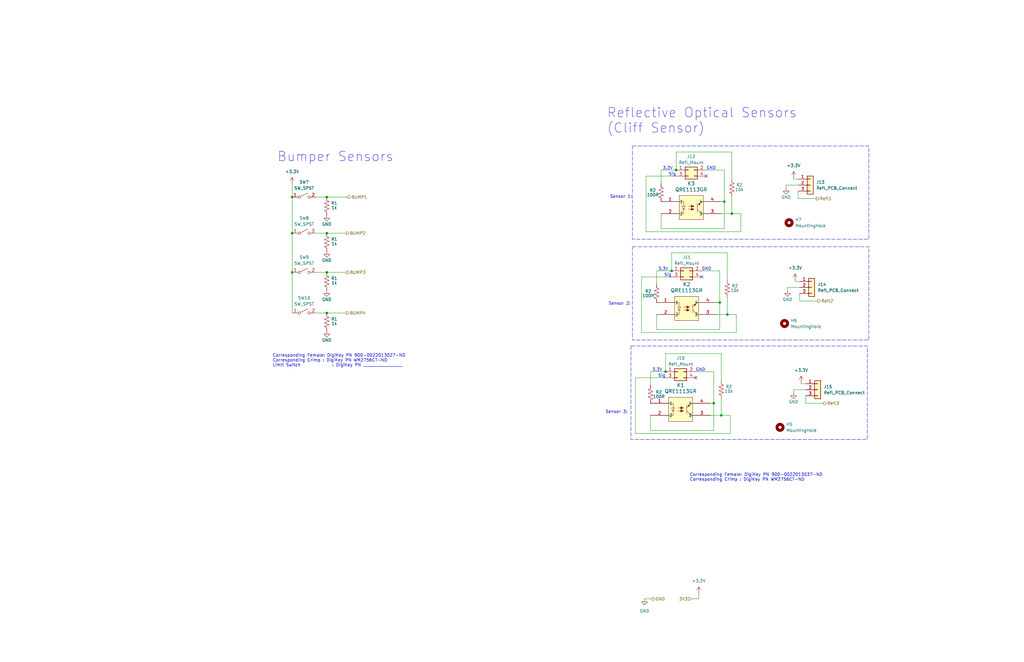
<source format=kicad_sch>
(kicad_sch (version 20230121) (generator eeschema)
  (paper "B")
  (title_block (title "MCU Controller") (rev "0.1") (company "satomm@stanford.edu") (comment 1 "Department of Civil and Environmental Engineering") (comment 2 "Engineering Informatics Group") (comment 3 "Stanford University") (comment 4 "Matthew Sato"))
  (lib_symbols
    (symbol "Connector_Generic:Conn_01x03" (pin_names (offset 1.016) hide)
      (property "Reference" "J" (at 0 5.08 0))
      (property "Value" "Conn_01x03" (at 0 -5.08 0))
      (symbol "Conn_01x03_1_1"
        (rectangle (start -1.27 -2.413) (end 0 -2.667) (stroke (width 0.1524)))
        (rectangle (start -1.27 0.127) (end 0 -0.127) (stroke (width 0.1524)))
        (rectangle (start -1.27 2.667) (end 0 2.413) (stroke (width 0.1524)))
        (rectangle (start -1.27 3.81) (end 1.27 -3.81) (stroke (width 0.254)) (fill (type background)))
        (pin passive line (at -5.08 2.54 0) (length 3.81) (name "Pin_1") (number "1"))
        (pin passive line (at -5.08 0 0) (length 3.81) (name "Pin_2") (number "2"))
        (pin passive line (at -5.08 -2.54 0) (length 3.81) (name "Pin_3") (number "3"))
      )
    )
    (symbol "Connector_Generic:Conn_02x02_Odd_Even" (pin_names (offset 1.016) hide)
      (property "Reference" "J" (at 1.27 2.54 0))
      (property "Value" "Conn_02x02_Odd_Even" (at 1.27 -5.08 0))
      (symbol "Conn_02x02_Odd_Even_1_1"
        (rectangle (start -1.27 -2.413) (end 0 -2.667) (stroke (width 0.1524)))
        (rectangle (start -1.27 0.127) (end 0 -0.127) (stroke (width 0.1524)))
        (rectangle (start -1.27 1.27) (end 3.81 -3.81) (stroke (width 0.254)) (fill (type background)))
        (rectangle (start 3.81 -2.413) (end 2.54 -2.667) (stroke (width 0.1524)))
        (rectangle (start 3.81 0.127) (end 2.54 -0.127) (stroke (width 0.1524)))
        (pin passive line (at -5.08 0 0) (length 3.81) (name "Pin_1") (number "1"))
        (pin passive line (at 7.62 0 180) (length 3.81) (name "Pin_2") (number "2"))
        (pin passive line (at -5.08 -2.54 0) (length 3.81) (name "Pin_3") (number "3"))
        (pin passive line (at 7.62 -2.54 180) (length 3.81) (name "Pin_4") (number "4"))
      )
    )
    (symbol "Device:R_US" (pin_numbers hide) (pin_names (offset 0))
      (property "Reference" "R" (at 2.54 0 90))
      (property "Value" "R_US" (at -2.54 0 90))
      (symbol "R_US_0_1"
        (polyline (pts (xy 0 -2.286) (xy 0 -2.54)))
        (polyline (pts (xy 0 2.286) (xy 0 2.54)))
        (polyline (pts (xy 0 -0.762) (xy 1.016 -1.143) (xy 0 -1.524) (xy -1.016 -1.905) (xy 0 -2.286)))
        (polyline (pts (xy 0 0.762) (xy 1.016 0.381) (xy 0 0) (xy -1.016 -0.381) (xy 0 -0.762)))
        (polyline (pts (xy 0 2.286) (xy 1.016 1.905) (xy 0 1.524) (xy -1.016 1.143) (xy 0 0.762)))
      )
      (symbol "R_US_1_1"
        (pin passive line (at 0 3.81 270) (length 1.27) (name "~") (number "1"))
        (pin passive line (at 0 -3.81 90) (length 1.27) (name "~") (number "2"))
      )
    )
    (symbol "Mechanical:MountingHole" (pin_names (offset 1.016))
      (property "Reference" "H" (at 0 5.08 0))
      (property "Value" "MountingHole" (at 0 3.175 0))
      (symbol "MountingHole_0_1"
        (circle (center 0 0) (radius 1.27) (stroke (width 1.27)))
      )
    )
    (symbol "RobotLibary:QRE1113GR" (pin_names (offset 0.254))
      (property "Reference" "K" (at 12.7 12.7 0))
      (property "Value" "QRE1113GR" (at 15.24 12.7 0))
      (symbol "QRE1113GR_0_1"
        (polyline (pts (xy 7.62 -5.08) (xy 9.525 -5.08)) (stroke (width 0.127)))
        (polyline (pts (xy 7.62 0) (xy 9.525 0)) (stroke (width 0.127)))
        (polyline (pts (xy 8.89 -1.905) (xy 9.525 -3.175)) (stroke (width 0.127)))
        (polyline (pts (xy 9.525 -3.175) (xy 9.525 -5.08)) (stroke (width 0.127)))
        (polyline (pts (xy 9.525 -3.175) (xy 10.16 -1.905)) (stroke (width 0.127)))
        (polyline (pts (xy 9.525 -1.905) (xy 9.525 0)) (stroke (width 0.127)))
        (polyline (pts (xy 10.16 -3.175) (xy 8.89 -3.175)) (stroke (width 0.127)))
        (polyline (pts (xy 10.16 -1.905) (xy 8.89 -1.905)) (stroke (width 0.127)))
        (polyline (pts (xy 11.43 -3.175) (xy 12.7 -3.175)) (stroke (width 0.127)))
        (polyline (pts (xy 11.43 -1.905) (xy 12.7 -1.905)) (stroke (width 0.127)))
        (polyline (pts (xy 15.24 -1.905) (xy 16.1925 -0.9525)) (stroke (width 0.127)))
        (polyline (pts (xy 15.24 -0.635) (xy 15.24 -4.445)) (stroke (width 0.127)))
        (polyline (pts (xy 16.51 -5.08) (xy 17.78 -5.08)) (stroke (width 0.127)))
        (polyline (pts (xy 16.51 -4.445) (xy 15.24 -3.175)) (stroke (width 0.127)))
        (polyline (pts (xy 16.51 -4.445) (xy 16.51 -5.08)) (stroke (width 0.127)))
        (polyline (pts (xy 16.51 0) (xy 16.51 -0.635)) (stroke (width 0.127)))
        (polyline (pts (xy 16.51 0) (xy 17.78 0)) (stroke (width 0.127)))
        (polyline (pts (xy 13.97 -3.175) (xy 12.7 -3.683) (xy 12.7 -2.667)) (fill (type outline)))
        (polyline (pts (xy 13.97 -1.905) (xy 12.7 -2.413) (xy 12.7 -1.397)) (fill (type outline)))
        (polyline (pts (xy 16.51 -0.635) (xy 15.748 -0.889) (xy 16.256 -1.397) (xy 16.51 -0.635)) (fill (type outline)))
      )
      (symbol "QRE1113GR_1_1"
        (rectangle (start 7.62 2.54) (end 17.78 -7.62) (fill (type background)))
        (pin passive line (at 0 0 0) (length 7.62) (name "1") (number "1"))
        (pin passive line (at 0 -5.08 0) (length 7.62) (name "2") (number "2"))
        (pin passive line (at 25.4 -5.08 180) (length 7.62) (name "3") (number "3"))
        (pin passive line (at 25.4 0 180) (length 7.62) (name "4") (number "4"))
      )
    )
    (symbol "Switch:SW_SPST" (pin_names (offset 0) hide)
      (property "Reference" "SW" (at 0 3.175 0))
      (property "Value" "SW_SPST" (at 0 -2.54 0))
      (symbol "SW_SPST_0_0"
        (circle (center -2.032 0) (radius 0.508))
        (polyline (pts (xy -1.524 0.254) (xy 1.524 1.778)))
        (circle (center 2.032 0) (radius 0.508))
      )
      (symbol "SW_SPST_1_1"
        (pin passive line (at -5.08 0 0) (length 2.54) (name "A") (number "1"))
        (pin passive line (at 5.08 0 180) (length 2.54) (name "B") (number "2"))
      )
    )
    (symbol "power:+3.3V" (power) (pin_names (offset 0))
      (property "Value" "+3.3V" (at 0 3.556 0))
      (symbol "+3.3V_0_1"
        (polyline (pts (xy -0.762 1.27) (xy 0 2.54)))
        (polyline (pts (xy 0 0) (xy 0 2.54)))
        (polyline (pts (xy 0 2.54) (xy 0.762 1.27)))
      )
      (symbol "+3.3V_1_1"
        (pin power_in line (at 0 0 90) (length 0) hide (name "+3.3V") (number "1"))
      )
    )
    (symbol "power:GND" (power) (pin_names (offset 0))
      (property "Value" "GND" (at 0 -3.81 0))
      (symbol "GND_0_1"
        (polyline (pts (xy 0 0) (xy 0 -1.27) (xy 1.27 -1.27) (xy 0 -2.54) (xy -1.27 -1.27) (xy 0 -1.27)))
      )
      (symbol "GND_1_1"
        (pin power_in line (at 0 0 270) (length 0) hide (name "GND") (number "1"))
      )
    )
  )
  (junction (at 304.165 175.26))
  (junction (at 123.19 114.935))
  (junction (at 123.19 98.425))
  (junction (at 137.795 98.425))
  (junction (at 123.19 83.185))
  (junction (at 137.795 114.935))
  (junction (at 283.21 114.3))
  (junction (at 306.705 132.715))
  (junction (at 300.99 170.18))
  (junction (at 305.435 85.09))
  (junction (at 280.67 156.845))
  (junction (at 285.115 71.755))
  (junction (at 137.795 83.185))
  (junction (at 303.53 127.635))
  (junction (at 137.795 132.08))
  (junction (at 308.61 90.17))
  (no_connect (at 297.815 74.295))
  (no_connect (at 295.91 116.84))
  (no_connect (at 293.37 159.385))
  (wire (pts (xy 303.53 114.3) (xy 303.53 127.635)))
  (wire (pts (xy 300.99 156.845) (xy 300.99 170.18)))
  (wire (pts (xy 305.435 85.09) (xy 305.435 96.52)))
  (wire (pts (xy 276.86 114.3) (xy 283.21 114.3)))
  (wire (pts (xy 274.32 156.845) (xy 280.67 156.845)))
  (wire (pts (xy 306.705 132.715) (xy 302.26 132.715)))
  (wire (pts (xy 339.725 167.005) (xy 339.725 170.18)))
  (wire (pts (xy 133.35 98.425) (xy 137.795 98.425)))
  (wire (pts (xy 307.975 182.88) (xy 267.97 182.88)))
  (wire (pts (xy 133.35 132.08) (xy 137.795 132.08)))
  (wire (pts (xy 336.55 80.645) (xy 336.55 83.82)))
  (wire (pts (xy 133.35 83.185) (xy 137.795 83.185)))
  (wire (pts (xy 123.19 83.185) (xy 123.19 98.425)))
  (wire (pts (xy 274.32 162.56) (xy 274.32 156.845)))
  (wire (pts (xy 280.67 149.225) (xy 280.67 156.845)))
  (wire (pts (xy 337.82 161.29) (xy 337.82 161.925)))
  (wire (pts (xy 304.165 149.225) (xy 280.67 149.225)))
  (wire (pts (xy 304.165 168.275) (xy 304.165 175.26)))
  (wire (pts (xy 306.705 132.715) (xy 310.515 132.715)))
  (wire (pts (xy 308.61 90.17) (xy 312.42 90.17)))
  (wire (pts (xy 272.415 74.295) (xy 285.115 74.295)))
  (wire (pts (xy 305.435 85.09) (xy 304.165 85.09)))
  (wire (pts (xy 276.86 139.065) (xy 303.53 139.065)))
  (wire (pts (xy 267.97 159.385) (xy 280.67 159.385)))
  (wire (pts (xy 123.19 98.425) (xy 123.19 114.935)))
  (wire (pts (xy 267.97 182.88) (xy 267.97 159.385)))
  (wire (pts (xy 312.42 90.17) (xy 312.42 97.79)))
  (wire (pts (xy 295.91 114.3) (xy 303.53 114.3)))
  (wire (pts (xy 308.61 75.565) (xy 308.61 64.135)))
  (wire (pts (xy 312.42 97.79) (xy 272.415 97.79)))
  (wire (pts (xy 123.19 114.935) (xy 123.19 132.08)))
  (wire (pts (xy 137.795 114.935) (xy 146.05 114.935)))
  (wire (pts (xy 293.37 156.845) (xy 300.99 156.845)))
  (wire (pts (xy 305.435 71.755) (xy 305.435 85.09)))
  (wire (pts (xy 283.21 106.68) (xy 283.21 114.3)))
  (wire (pts (xy 278.765 71.755) (xy 285.115 71.755)))
  (wire (pts (xy 270.51 140.335) (xy 270.51 116.84)))
  (wire (pts (xy 331.47 79.375) (xy 331.47 78.105)))
  (wire (pts (xy 123.19 77.47) (xy 123.19 83.185)))
  (wire (pts (xy 278.765 90.17) (xy 278.765 96.52)))
  (wire (pts (xy 271.78 252.73) (xy 274.955 252.73)))
  (wire (pts (xy 278.765 96.52) (xy 305.435 96.52)))
  (wire (pts (xy 336.55 83.82) (xy 344.17 83.82)))
  (wire (pts (xy 304.165 175.26) (xy 307.975 175.26)))
  (wire (pts (xy 294.64 252.73) (xy 291.465 252.73)))
  (wire (pts (xy 334.645 75.565) (xy 336.55 75.565)))
  (wire (pts (xy 335.28 118.745) (xy 337.185 118.745)))
  (wire (pts (xy 308.61 83.185) (xy 308.61 90.17)))
  (wire (pts (xy 294.64 250.19) (xy 294.64 252.73)))
  (wire (pts (xy 300.99 170.18) (xy 299.72 170.18)))
  (wire (pts (xy 300.99 170.18) (xy 300.99 181.61)))
  (wire (pts (xy 274.32 181.61) (xy 300.99 181.61)))
  (wire (pts (xy 285.115 64.135) (xy 285.115 71.755)))
  (wire (pts (xy 310.515 140.335) (xy 270.51 140.335)))
  (wire (pts (xy 310.515 132.715) (xy 310.515 140.335)))
  (wire (pts (xy 137.795 83.185) (xy 146.685 83.185)))
  (wire (pts (xy 334.645 164.465) (xy 339.725 164.465)))
  (wire (pts (xy 304.165 175.26) (xy 299.72 175.26)))
  (wire (pts (xy 306.705 106.68) (xy 283.21 106.68)))
  (wire (pts (xy 334.645 165.735) (xy 334.645 164.465)))
  (wire (pts (xy 337.185 127) (xy 344.805 127)))
  (wire (pts (xy 307.975 175.26) (xy 307.975 182.88)))
  (wire (pts (xy 306.705 118.11) (xy 306.705 106.68)))
  (wire (pts (xy 332.105 122.555) (xy 332.105 121.285)))
  (wire (pts (xy 278.765 77.47) (xy 278.765 71.755)))
  (wire (pts (xy 334.645 74.93) (xy 334.645 75.565)))
  (wire (pts (xy 137.795 98.425) (xy 146.05 98.425)))
  (wire (pts (xy 339.725 170.18) (xy 347.345 170.18)))
  (wire (pts (xy 331.47 78.105) (xy 336.55 78.105)))
  (wire (pts (xy 270.51 116.84) (xy 283.21 116.84)))
  (wire (pts (xy 304.165 160.655) (xy 304.165 149.225)))
  (wire (pts (xy 272.415 97.79) (xy 272.415 74.295)))
  (wire (pts (xy 137.795 132.08) (xy 146.05 132.08)))
  (wire (pts (xy 274.32 175.26) (xy 274.32 181.61)))
  (wire (pts (xy 306.705 125.73) (xy 306.705 132.715)))
  (wire (pts (xy 297.815 71.755) (xy 305.435 71.755)))
  (wire (pts (xy 308.61 90.17) (xy 304.165 90.17)))
  (wire (pts (xy 337.82 161.925) (xy 339.725 161.925)))
  (wire (pts (xy 308.61 64.135) (xy 285.115 64.135)))
  (wire (pts (xy 335.28 118.11) (xy 335.28 118.745)))
  (wire (pts (xy 303.53 127.635) (xy 303.53 139.065)))
  (wire (pts (xy 303.53 127.635) (xy 302.26 127.635)))
  (wire (pts (xy 276.86 120.015) (xy 276.86 114.3)))
  (wire (pts (xy 332.105 121.285) (xy 337.185 121.285)))
  (wire (pts (xy 337.185 123.825) (xy 337.185 127)))
  (wire (pts (xy 133.35 114.935) (xy 137.795 114.935)))
  (wire (pts (xy 276.86 132.715) (xy 276.86 139.065)))
  (rectangle (start 266.7 104.14) (end 366.395 143.51) (stroke (width 0) (type dash)))
  (rectangle (start 266.7 61.595) (end 366.395 100.965) (stroke (width 0) (type dash)))
  (rectangle (start 266.065 146.05) (end 365.76 185.42) (stroke (width 0) (type dash)))
  (text "GND" (at 295.91 114.3 0) (effects (font (size 1.27 1.27)) (justify left bottom)))
  (text "Bumper Sensors" (at 116.84 68.58 0) (effects (font (size 4 4)) (justify left bottom)))
  (text "3.3V" (at 274.955 156.845 0) (effects (font (size 1.27 1.27)) (justify left bottom)))
  (text "GND" (at 293.37 156.845 0) (effects (font (size 1.27 1.27)) (justify left bottom)))
  (text "Sensor 1:" (at 257.175 83.82 0) (effects (font (size 1.27 1.27)) (justify left bottom)))
  (text "Sensor 2:" (at 256.54 128.905 0) (effects (font (size 1.27 1.27)) (justify left bottom)))
  (text "Corresponding Female: DigiKey PN 900-0022013037-ND\nCorresponding Crimp : DigiKey PN WM2756CT-ND\n" (at 290.83 203.2 0) (effects (font (size 1.27 1.27)) (justify left bottom)))
  (text "Corresponding Female: DigiKey PN 900-0022013027-ND\nCorresponding Crimp : DigiKey PN WM2756CT-ND\nLimit Switch		: DigiKey PN _________________" (at 114.935 154.94 0) (effects (font (size 1.27 1.27)) (justify left bottom)))
  (text "Sig" (at 277.495 159.385 0) (effects (font (size 1.27 1.27)) (justify left bottom)))
  (text "Sensor 3:" (at 255.27 174.625 0) (effects (font (size 1.27 1.27)) (justify left bottom)))
  (text "Sig" (at 280.035 116.84 0) (effects (font (size 1.27 1.27)) (justify left bottom)))
  (text "Reflective Optical Sensors\n(Cliff Sensor)" (at 255.905 56.515 0) (effects (font (size 4 4)) (justify left bottom)))
  (text "3.3V" (at 277.495 114.3 0) (effects (font (size 1.27 1.27)) (justify left bottom)))
  (text "3.3V" (at 279.4 71.755 0) (effects (font (size 1.27 1.27)) (justify left bottom)))
  (text "Sig" (at 281.94 74.295 0) (effects (font (size 1.27 1.27)) (justify left bottom)))
  (text "GND" (at 297.815 71.755 0) (effects (font (size 1.27 1.27)) (justify left bottom)))
  (hierarchical_label "3V3" (shape input) (at 291.465 252.73 180))
  (hierarchical_label "GND" (shape output) (at 274.955 252.73 0))
  (hierarchical_label "BUMP1" (shape output) (at 146.685 83.185 0))
  (hierarchical_label "BUMP2" (shape output) (at 146.05 98.425 0))
  (hierarchical_label "BUMP4" (shape output) (at 146.05 132.08 0))
  (hierarchical_label "Refl3" (shape output) (at 347.345 170.18 0))
  (hierarchical_label "Refl2" (shape output) (at 344.805 127 0))
  (hierarchical_label "BUMP3" (shape output) (at 146.05 114.935 0))
  (hierarchical_label "Refl1" (shape output) (at 344.17 83.82 0))
  (symbol (lib_id "power:GND") (at 137.795 106.045 0) (unit 1)
    (property "Reference" "#PWR0135" (effects hide))
    (property "Value" "GND" (at 137.795 109.855 0))
  )
  (symbol (lib_id "Connector_Generic:Conn_02x02_Odd_Even") (at 285.75 156.845 0) (unit 1)
    (property "Reference" "J10" (at 287.02 151.13 0))
    (property "Value" "Refl_Mount" (at 287.02 153.67 0))
    (property "Footprint" "Connector_PinHeader_2.54mm:PinHeader_2x02_P2.54mm_Vertical" (effects hide))
    (property "Datasheet" "https://app.adam-tech.com/products/download/data_sheet/202065/ph2-xx-ua-data-sheet.pdf" (effects hide))
    (property "Description" "CONN HEADER VERT 4POS 2.54MM" (effects hide))
  )
  (symbol (lib_id "Device:R_US") (at 306.705 121.92 180) (unit 1)
    (property "Reference" "R2" (at 309.88 120.65 0))
    (property "Value" "10k" (at 309.88 122.555 0))
    (property "Footprint" "Resistor_SMD:R_0805_2012Metric_Pad1.20x1.40mm_HandSolder" (effects hide))
    (property "Datasheet" "https://www.seielect.com/catalog/sei-rmcf_rmcp.pdf" (effects hide))
    (property "Description" "RES 10K OHM 1% 1/8W 0805" (effects hide))
    (property "Mfr" "Stackpole Electronics Inc" (effects hide))
    (property "Mfr P/N" "RMCF0805FT10K0" (effects hide))
    (property "Supplier 1" "DigiKey" (effects hide))
    (property "Supplier 1 P/N" "RMCF0805FT10K0CT-ND" (effects hide))
    (instances (project "MainBoard" (path "" (reference "R2") (unit 1)) (path "" (reference "R45") (unit 1))))
  )
  (symbol (lib_id "power:GND") (at 137.795 122.555 0) (unit 1)
    (property "Reference" "#PWR0136" (effects hide))
    (property "Value" "GND" (at 137.795 126.365 0))
  )
  (symbol (lib_id "Switch:SW_SPST") (at 128.27 114.935 0) (unit 1)
    (property "Reference" "SW9" (at 128.27 108.585 0))
    (property "Value" "SW_SPST" (at 128.27 111.125 0))
    (property "Footprint" "RobotLibrary:CONN_22232021_MOL" (effects hide))
    (property "Datasheet" "https://www.molex.com/webdocs/datasheets/pdf/en-us//0022232021_PCB_HEADERS.pdf" (effects hide))
    (property "Description" "CONN HEADER VERT 2POS 2.54MM" (effects hide))
    (property "Mfr" "Molex" (effects hide))
    (property "Mfr P/N" "0022232021" (effects hide))
    (property "Supplier 1" "DigiKey" (effects hide))
    (property "Supplier 1 P/N" "900-0022232021-ND" (effects hide))
  )
  (symbol (lib_id "Connector_Generic:Conn_02x02_Odd_Even") (at 290.195 71.755 0) (unit 1)
    (property "Reference" "J12" (at 291.465 66.04 0))
    (property "Value" "Refl_Mount" (at 291.465 68.58 0))
    (property "Footprint" "Connector_PinHeader_2.54mm:PinHeader_2x02_P2.54mm_Vertical" (effects hide))
    (property "Datasheet" "https://app.adam-tech.com/products/download/data_sheet/202065/ph2-xx-ua-data-sheet.pdf" (effects hide))
    (property "Description" "CONN HEADER VERT 4POS 2.54MM" (effects hide))
  )
  (symbol (lib_id "power:+3.3V") (at 334.645 74.93 0) (unit 1)
    (property "Reference" "#PWR0142" (effects hide))
    (property "Value" "+3.3V" (at 334.645 69.85 0))
  )
  (symbol (lib_id "Switch:SW_SPST") (at 128.27 83.185 0) (unit 1)
    (property "Reference" "SW7" (at 128.27 76.835 0))
    (property "Value" "SW_SPST" (at 128.27 79.375 0))
    (property "Footprint" "RobotLibrary:CONN_22232021_MOL" (effects hide))
    (property "Datasheet" "https://www.molex.com/webdocs/datasheets/pdf/en-us//0022232021_PCB_HEADERS.pdf" (effects hide))
    (property "Description" "CONN HEADER VERT 2POS 2.54MM" (effects hide))
    (property "Mfr" "Molex" (effects hide))
    (property "Mfr P/N" "0022232021" (effects hide))
    (property "Supplier 1" "DigiKey" (effects hide))
    (property "Supplier 1 P/N" "900-0022232021-ND" (effects hide))
  )
  (symbol (lib_id "Device:R_US") (at 137.795 86.995 0) (unit 1)
    (property "Reference" "R1" (at 140.97 85.725 0))
    (property "Value" "1k" (at 140.97 87.63 0))
    (property "Footprint" "Resistor_SMD:R_0805_2012Metric_Pad1.20x1.40mm_HandSolder" (effects hide))
    (property "Datasheet" "https://www.seielect.com/catalog/sei-rmcf_rmcp.pdf" (effects hide))
    (property "Description" "RES 1K OHM 1% 1/8W 0805" (effects hide))
    (property "Mfr" "Stackpole Electronics Inc" (effects hide))
    (property "Mfr P/N" "RMCF0805FT1K00" (effects hide))
    (property "Supplier 1" "DigiKey" (effects hide))
    (property "Supplier 1 P/N" "RMCF0805FT1K00CT-ND" (effects hide))
    (instances (project "MainBoard" (path "" (reference "R1") (unit 1)) (path "" (reference "R37") (unit 1))))
  )
  (symbol (lib_id "Device:R_US") (at 278.765 81.28 180) (unit 1)
    (property "Reference" "R2" (at 275.2725 80.3275 0))
    (property "Value" "100R" (at 275.2725 82.2325 0))
    (property "Footprint" "Resistor_SMD:R_0805_2012Metric_Pad1.20x1.40mm_HandSolder" (effects hide))
    (property "Datasheet" "https://www.seielect.com/catalog/sei-rmcf_rmcp.pdf" (effects hide))
    (property "Description" "RES 100 OHM 1% 1/8W 0805" (effects hide))
    (property "Mfr" "Stackpole Electronics Inc" (effects hide))
    (property "Mfr P/N" "RMCF0805FT100R" (effects hide))
    (property "Supplier 1" "DigiKey" (effects hide))
    (property "Supplier 1 P/N" "RMCF0805FT100RCT-ND" (effects hide))
    (instances (project "MainBoard" (path "" (reference "R2") (unit 1)) (path "" (reference "R43") (unit 1))))
  )
  (symbol (lib_id "Device:R_US") (at 274.32 166.37 0) (mirror x) (unit 1)
    (property "Reference" "R2" (at 277.8125 165.4175 0))
    (property "Value" "100R" (at 277.8125 167.3225 0))
    (property "Footprint" "Resistor_SMD:R_0805_2012Metric_Pad1.20x1.40mm_HandSolder" (effects hide))
    (property "Datasheet" "https://www.seielect.com/catalog/sei-rmcf_rmcp.pdf" (effects hide))
    (property "Description" "RES 100 OHM 1% 1/8W 0805" (effects hide))
    (property "Mfr" "Stackpole Electronics Inc" (effects hide))
    (property "Mfr P/N" "RMCF0805FT100R" (effects hide))
    (property "Supplier 1" "DigiKey" (effects hide))
    (property "Supplier 1 P/N" "RMCF0805FT100RCT-ND" (effects hide))
    (instances (project "MainBoard" (path "" (reference "R2") (unit 1)) (path "" (reference "R41") (unit 1))))
  )
  (symbol (lib_id "RobotLibary:QRE1113GR") (at 278.765 85.09 0) (unit 1)
    (property "Reference" "K3" (at 291.465 77.47 0) (effects (font (size 1.524 1.524))))
    (property "Value" "QRE1113GR" (at 291.465 80.01 0) (effects (font (size 1.524 1.524))))
    (property "Footprint" "RobotLibrary:ARUSM-313_100CY_FAS-M" (effects hide))
    (property "Datasheet" "QRE1113GR" (effects hide))
    (property "Description" "SENSOR OPTO TRANS REFL SMD PHOTO" (effects hide))
    (property "Mfr" "onsemi" (effects hide))
    (property "Mfr P/N" "QRE1113GR" (effects hide))
    (property "Supplier 1" "DigiKey" (effects hide))
    (property "Supplier 1 P/N" "QRE1113GRCT-ND" (effects hide))
  )
  (symbol (lib_id "Switch:SW_SPST") (at 128.27 98.425 0) (unit 1)
    (property "Reference" "SW8" (at 128.27 92.075 0))
    (property "Value" "SW_SPST" (at 128.27 94.615 0))
    (property "Footprint" "RobotLibrary:CONN_22232021_MOL" (effects hide))
    (property "Datasheet" "https://www.molex.com/webdocs/datasheets/pdf/en-us//0022232021_PCB_HEADERS.pdf" (effects hide))
    (property "Description" "CONN HEADER VERT 2POS 2.54MM" (effects hide))
    (property "Mfr" "Molex" (effects hide))
    (property "Mfr P/N" "0022232021" (effects hide))
    (property "Supplier 1" "DigiKey" (effects hide))
    (property "Supplier 1 P/N" "900-0022232021-ND" (effects hide))
  )
  (symbol (lib_id "power:+3.3V") (at 337.82 161.29 0) (unit 1)
    (property "Reference" "#PWR0145" (effects hide))
    (property "Value" "+3.3V" (at 337.82 156.21 0))
  )
  (symbol (lib_id "Device:R_US") (at 137.795 118.745 0) (unit 1)
    (property "Reference" "R1" (at 140.97 117.475 0))
    (property "Value" "1k" (at 140.97 119.38 0))
    (property "Footprint" "Resistor_SMD:R_0805_2012Metric_Pad1.20x1.40mm_HandSolder" (effects hide))
    (property "Datasheet" "https://www.seielect.com/catalog/sei-rmcf_rmcp.pdf" (effects hide))
    (property "Description" "RES 1K OHM 1% 1/8W 0805" (effects hide))
    (property "Mfr" "Stackpole Electronics Inc" (effects hide))
    (property "Mfr P/N" "RMCF0805FT1K00" (effects hide))
    (property "Supplier 1" "DigiKey" (effects hide))
    (property "Supplier 1 P/N" "RMCF0805FT1K00CT-ND" (effects hide))
    (instances (project "MainBoard" (path "" (reference "R1") (unit 1)) (path "" (reference "R39") (unit 1))))
  )
  (symbol (lib_id "power:GND") (at 332.105 122.555 0) (unit 1)
    (property "Reference" "#PWR0141" (effects hide))
    (property "Value" "GND" (at 332.105 126.365 0))
  )
  (symbol (lib_id "Mechanical:MountingHole") (at 328.93 180.34 0) (unit 1)
    (property "Reference" "H5" (at 331.47 179.07 0) (effects (justify left)))
    (property "Value" "MountingHole" (at 331.47 181.61 0) (effects (justify left)))
    (property "Footprint" "MountingHole:MountingHole_2.2mm_M2" (effects hide))
  )
  (symbol (lib_id "Device:R_US") (at 304.165 164.465 180) (unit 1)
    (property "Reference" "R2" (at 307.34 163.195 0))
    (property "Value" "10k" (at 307.34 165.1 0))
    (property "Footprint" "Resistor_SMD:R_0805_2012Metric_Pad1.20x1.40mm_HandSolder" (effects hide))
    (property "Datasheet" "https://www.seielect.com/catalog/sei-rmcf_rmcp.pdf" (effects hide))
    (property "Description" "RES 10K OHM 1% 1/8W 0805" (effects hide))
    (property "Mfr" "Stackpole Electronics Inc" (effects hide))
    (property "Mfr P/N" "RMCF0805FT10K0" (effects hide))
    (property "Supplier 1" "DigiKey" (effects hide))
    (property "Supplier 1 P/N" "RMCF0805FT10K0CT-ND" (effects hide))
    (instances (project "MainBoard" (path "" (reference "R2") (unit 1)) (path "" (reference "R44") (unit 1))))
  )
  (symbol (lib_id "Mechanical:MountingHole") (at 332.74 93.98 0) (unit 1)
    (property "Reference" "H7" (at 335.28 92.71 0) (effects (justify left)))
    (property "Value" "MountingHole" (at 335.28 95.25 0) (effects (justify left)))
    (property "Footprint" "MountingHole:MountingHole_2.2mm_M2" (effects hide))
  )
  (symbol (lib_id "power:+3.3V") (at 335.28 118.11 0) (unit 1)
    (property "Reference" "#PWR0144" (effects hide))
    (property "Value" "+3.3V" (at 335.28 113.03 0))
  )
  (symbol (lib_id "Connector_Generic:Conn_01x03") (at 341.63 78.105 0) (unit 1)
    (property "Reference" "J13" (at 344.17 76.835 0) (effects (justify left)))
    (property "Value" "Refl_PCB_Connect" (at 344.17 79.375 0) (effects (justify left)))
    (property "Footprint" "RobotLibrary:CONN3_22232031_MOL" (effects hide))
    (property "Datasheet" "https://www.molex.com/pdm_docs/sd/022232031_sd.pdf" (effects hide))
    (property "Description" "CONN HEADER VERT 3POS 2.54MM" (effects hide))
    (property "Mfr" "Molex" (effects hide))
    (property "Mfr P/N" "0022232031" (effects hide))
    (property "Supplier 1" "DigiKey" (effects hide))
    (property "Supplier 1 P/N" "WM4201-ND" (effects hide))
  )
  (symbol (lib_id "Connector_Generic:Conn_02x02_Odd_Even") (at 288.29 114.3 0) (unit 1)
    (property "Reference" "J11" (at 289.56 108.585 0))
    (property "Value" "Refl_Mount" (at 289.56 111.125 0))
    (property "Footprint" "Connector_PinHeader_2.54mm:PinHeader_2x02_P2.54mm_Vertical" (effects hide))
    (property "Datasheet" "https://app.adam-tech.com/products/download/data_sheet/202065/ph2-xx-ua-data-sheet.pdf" (effects hide))
    (property "Description" "CONN HEADER VERT 4POS 2.54MM" (effects hide))
  )
  (symbol (lib_id "power:GND") (at 271.78 252.73 0) (unit 1)
    (property "Reference" "#PWR0138" (effects hide))
    (property "Value" "GND" (at 271.78 257.81 0))
  )
  (symbol (lib_id "RobotLibary:QRE1113GR") (at 274.32 170.18 0) (unit 1)
    (property "Reference" "K1" (at 287.02 162.56 0) (effects (font (size 1.524 1.524))))
    (property "Value" "QRE1113GR" (at 287.02 165.1 0) (effects (font (size 1.524 1.524))))
    (property "Footprint" "RobotLibrary:ARUSM-313_100CY_FAS-M" (effects hide))
    (property "Datasheet" "QRE1113GR" (effects hide))
    (property "Description" "SENSOR OPTO TRANS REFL SMD PHOTO" (effects hide))
    (property "Mfr" "onsemi" (effects hide))
    (property "Mfr P/N" "QRE1113GR" (effects hide))
    (property "Supplier 1" "DigiKey" (effects hide))
    (property "Supplier 1 P/N" "QRE1113GRCT-ND" (effects hide))
  )
  (symbol (lib_id "Mechanical:MountingHole") (at 330.835 136.525 0) (unit 1)
    (property "Reference" "H6" (at 333.375 135.255 0) (effects (justify left)))
    (property "Value" "MountingHole" (at 333.375 137.795 0) (effects (justify left)))
    (property "Footprint" "MountingHole:MountingHole_2.2mm_M2" (effects hide))
  )
  (symbol (lib_id "Connector_Generic:Conn_01x03") (at 344.805 164.465 0) (unit 1)
    (property "Reference" "J15" (at 347.345 163.195 0) (effects (justify left)))
    (property "Value" "Refl_PCB_Connect" (at 347.345 165.735 0) (effects (justify left)))
    (property "Footprint" "RobotLibrary:CONN3_22232031_MOL" (effects hide))
    (property "Datasheet" "https://www.molex.com/pdm_docs/sd/022232031_sd.pdf" (effects hide))
    (property "Description" "CONN HEADER VERT 3POS 2.54MM" (effects hide))
    (property "Mfr" "Molex" (effects hide))
    (property "Mfr P/N" "0022232031" (effects hide))
    (property "Supplier 1" "DigiKey" (effects hide))
    (property "Supplier 1 P/N" "WM4201-ND" (effects hide))
  )
  (symbol (lib_id "power:GND") (at 331.47 79.375 0) (unit 1)
    (property "Reference" "#PWR0140" (effects hide))
    (property "Value" "GND" (at 331.47 83.185 0))
  )
  (symbol (lib_id "power:GND") (at 137.795 90.805 0) (unit 1)
    (property "Reference" "#PWR0134" (effects hide))
    (property "Value" "GND" (at 137.795 94.615 0))
  )
  (symbol (lib_id "Switch:SW_SPST") (at 128.27 132.08 0) (unit 1)
    (property "Reference" "SW10" (at 128.27 125.73 0))
    (property "Value" "SW_SPST" (at 128.27 128.27 0))
    (property "Footprint" "RobotLibrary:CONN_22232021_MOL" (effects hide))
    (property "Datasheet" "https://www.molex.com/webdocs/datasheets/pdf/en-us//0022232021_PCB_HEADERS.pdf" (effects hide))
    (property "Description" "CONN HEADER VERT 2POS 2.54MM" (effects hide))
    (property "Mfr" "Molex" (effects hide))
    (property "Mfr P/N" "0022232021" (effects hide))
    (property "Supplier 1" "DigiKey" (effects hide))
    (property "Supplier 1 P/N" "900-0022232021-ND" (effects hide))
  )
  (symbol (lib_id "power:GND") (at 334.645 165.735 0) (unit 1)
    (property "Reference" "#PWR0143" (effects hide))
    (property "Value" "GND" (at 334.645 169.545 0))
  )
  (symbol (lib_id "power:+3.3V") (at 123.19 77.47 0) (unit 1)
    (property "Reference" "#PWR0133" (effects hide))
    (property "Value" "+3.3V" (at 123.19 72.39 0))
  )
  (symbol (lib_id "power:GND") (at 137.795 139.7 0) (unit 1)
    (property "Reference" "#PWR0137" (effects hide))
    (property "Value" "GND" (at 137.795 143.51 0))
  )
  (symbol (lib_id "Device:R_US") (at 137.795 102.235 0) (unit 1)
    (property "Reference" "R1" (at 140.97 100.965 0))
    (property "Value" "1k" (at 140.97 102.87 0))
    (property "Footprint" "Resistor_SMD:R_0805_2012Metric_Pad1.20x1.40mm_HandSolder" (effects hide))
    (property "Datasheet" "https://www.seielect.com/catalog/sei-rmcf_rmcp.pdf" (effects hide))
    (property "Description" "RES 1K OHM 1% 1/8W 0805" (effects hide))
    (property "Mfr" "Stackpole Electronics Inc" (effects hide))
    (property "Mfr P/N" "RMCF0805FT1K00" (effects hide))
    (property "Supplier 1" "DigiKey" (effects hide))
    (property "Supplier 1 P/N" "RMCF0805FT1K00CT-ND" (effects hide))
    (instances (project "MainBoard" (path "" (reference "R1") (unit 1)) (path "" (reference "R38") (unit 1))))
  )
  (symbol (lib_id "Device:R_US") (at 137.795 135.89 0) (unit 1)
    (property "Reference" "R1" (at 140.97 134.62 0))
    (property "Value" "1k" (at 140.97 136.525 0))
    (property "Footprint" "Resistor_SMD:R_0805_2012Metric_Pad1.20x1.40mm_HandSolder" (effects hide))
    (property "Datasheet" "https://www.seielect.com/catalog/sei-rmcf_rmcp.pdf" (effects hide))
    (property "Description" "RES 1K OHM 1% 1/8W 0805" (effects hide))
    (property "Mfr" "Stackpole Electronics Inc" (effects hide))
    (property "Mfr P/N" "RMCF0805FT1K00" (effects hide))
    (property "Supplier 1" "DigiKey" (effects hide))
    (property "Supplier 1 P/N" "RMCF0805FT1K00CT-ND" (effects hide))
    (instances (project "MainBoard" (path "" (reference "R1") (unit 1)) (path "" (reference "R40") (unit 1))))
  )
  (symbol (lib_id "Device:R_US") (at 308.61 79.375 180) (unit 1)
    (property "Reference" "R2" (at 311.785 78.105 0))
    (property "Value" "10k" (at 311.785 80.01 0))
    (property "Footprint" "Resistor_SMD:R_0805_2012Metric_Pad1.20x1.40mm_HandSolder" (effects hide))
    (property "Datasheet" "https://www.seielect.com/catalog/sei-rmcf_rmcp.pdf" (effects hide))
    (property "Description" "RES 10K OHM 1% 1/8W 0805" (effects hide))
    (property "Mfr" "Stackpole Electronics Inc" (effects hide))
    (property "Mfr P/N" "RMCF0805FT10K0" (effects hide))
    (property "Supplier 1" "DigiKey" (effects hide))
    (property "Supplier 1 P/N" "RMCF0805FT10K0CT-ND" (effects hide))
    (instances (project "MainBoard" (path "" (reference "R2") (unit 1)) (path "" (reference "R46") (unit 1))))
  )
  (symbol (lib_id "power:+3.3V") (at 294.64 250.19 0) (unit 1)
    (property "Reference" "#PWR0139" (effects hide))
    (property "Value" "+3.3V" (at 294.64 245.11 0))
  )
  (symbol (lib_id "Device:R_US") (at 276.86 123.825 180) (unit 1)
    (property "Reference" "R2" (at 273.3675 122.8725 0))
    (property "Value" "100R" (at 273.3675 124.7775 0))
    (property "Footprint" "Resistor_SMD:R_0805_2012Metric_Pad1.20x1.40mm_HandSolder" (effects hide))
    (property "Datasheet" "https://www.seielect.com/catalog/sei-rmcf_rmcp.pdf" (effects hide))
    (property "Description" "RES 100 OHM 1% 1/8W 0805" (effects hide))
    (property "Mfr" "Stackpole Electronics Inc" (effects hide))
    (property "Mfr P/N" "RMCF0805FT100R" (effects hide))
    (property "Supplier 1" "DigiKey" (effects hide))
    (property "Supplier 1 P/N" "RMCF0805FT100RCT-ND" (effects hide))
    (instances (project "MainBoard" (path "" (reference "R2") (unit 1)) (path "" (reference "R42") (unit 1))))
  )
  (symbol (lib_id "Connector_Generic:Conn_01x03") (at 342.265 121.285 0) (unit 1)
    (property "Reference" "J14" (at 344.805 120.015 0) (effects (justify left)))
    (property "Value" "Refl_PCB_Connect" (at 344.805 122.555 0) (effects (justify left)))
    (property "Footprint" "RobotLibrary:CONN3_22232031_MOL" (effects hide))
    (property "Datasheet" "https://www.molex.com/pdm_docs/sd/022232031_sd.pdf" (effects hide))
    (property "Description" "CONN HEADER VERT 3POS 2.54MM" (effects hide))
    (property "Mfr" "Molex" (effects hide))
    (property "Mfr P/N" "0022232031" (effects hide))
    (property "Supplier 1" "DigiKey" (effects hide))
    (property "Supplier 1 P/N" "WM4201-ND" (effects hide))
  )
  (symbol (lib_id "RobotLibary:QRE1113GR") (at 276.86 127.635 0) (unit 1)
    (property "Reference" "K2" (at 289.56 120.015 0) (effects (font (size 1.524 1.524))))
    (property "Value" "QRE1113GR" (at 289.56 122.555 0) (effects (font (size 1.524 1.524))))
    (property "Footprint" "RobotLibrary:ARUSM-313_100CY_FAS-M" (effects hide))
    (property "Datasheet" "QRE1113GR" (effects hide))
    (property "Description" "SENSOR OPTO TRANS REFL SMD PHOTO" (effects hide))
    (property "Mfr" "onsemi" (effects hide))
    (property "Mfr P/N" "QRE1113GR" (effects hide))
    (property "Supplier 1" "DigiKey" (effects hide))
    (property "Supplier 1 P/N" "QRE1113GRCT-ND" (effects hide))
  )
)
</source>
